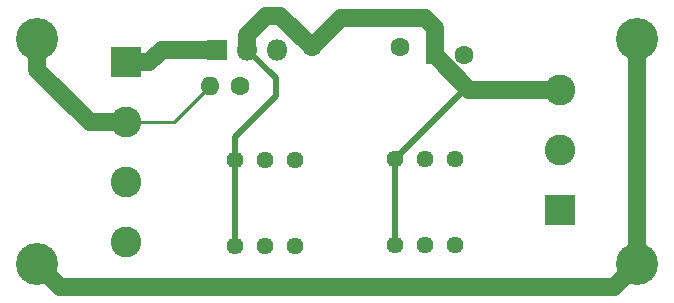
<source format=gbr>
%TF.GenerationSoftware,KiCad,Pcbnew,(6.0.0)*%
%TF.CreationDate,2022-02-19T20:02:02-08:00*%
%TF.ProjectId,P82B715-I2C-Bus-Extender-Carrier,50383242-3731-4352-9d49-32432d427573,rev?*%
%TF.SameCoordinates,Original*%
%TF.FileFunction,Copper,L1,Top*%
%TF.FilePolarity,Positive*%
%FSLAX46Y46*%
G04 Gerber Fmt 4.6, Leading zero omitted, Abs format (unit mm)*
G04 Created by KiCad (PCBNEW (6.0.0)) date 2022-02-19 20:02:02*
%MOMM*%
%LPD*%
G01*
G04 APERTURE LIST*
%TA.AperFunction,ComponentPad*%
%ADD10C,1.600000*%
%TD*%
%TA.AperFunction,ComponentPad*%
%ADD11O,1.600000X1.600000*%
%TD*%
%TA.AperFunction,ComponentPad*%
%ADD12R,2.600000X2.600000*%
%TD*%
%TA.AperFunction,ComponentPad*%
%ADD13C,2.600000*%
%TD*%
%TA.AperFunction,ComponentPad*%
%ADD14R,1.600000X1.600000*%
%TD*%
%TA.AperFunction,ComponentPad*%
%ADD15R,1.800000X1.800000*%
%TD*%
%TA.AperFunction,ComponentPad*%
%ADD16O,1.800000X1.800000*%
%TD*%
%TA.AperFunction,ComponentPad*%
%ADD17C,1.440000*%
%TD*%
%TA.AperFunction,ViaPad*%
%ADD18C,3.556000*%
%TD*%
%TA.AperFunction,Conductor*%
%ADD19C,1.524000*%
%TD*%
%TA.AperFunction,Conductor*%
%ADD20C,0.508000*%
%TD*%
%TA.AperFunction,Conductor*%
%ADD21C,0.250000*%
%TD*%
G04 APERTURE END LIST*
D10*
%TO.P,R1,1*%
%TO.N,Net-(Q1-Pad3)*%
X121959428Y-83348321D03*
D11*
%TO.P,R1,2*%
%TO.N,GND*%
X119419428Y-83348321D03*
%TD*%
D12*
%TO.P,J1,1,Pin_1*%
%TO.N,BufferedSDA*%
X149069653Y-93820410D03*
D13*
%TO.P,J1,2,Pin_2*%
%TO.N,BufferedSCL*%
X149069653Y-88740410D03*
%TO.P,J1,3,Pin_3*%
%TO.N,+5V*%
X149069653Y-83660410D03*
%TD*%
D14*
%TO.P,C2,1*%
%TO.N,+5V*%
X138443938Y-80737758D03*
D10*
%TO.P,C2,2*%
%TO.N,Net-(C1-Pad2)*%
X140943938Y-80737758D03*
%TD*%
D15*
%TO.P,Q1,1,E*%
%TO.N,Net-(J2-Pad1)*%
X120034884Y-80268431D03*
D16*
%TO.P,Q1,2,C*%
%TO.N,+5V*%
X122574884Y-80268431D03*
%TO.P,Q1,3,B*%
%TO.N,Net-(Q1-Pad3)*%
X125114884Y-80268431D03*
%TD*%
D12*
%TO.P,J2,1,Pin_1*%
%TO.N,Net-(J2-Pad1)*%
X112317771Y-81349945D03*
D13*
%TO.P,J2,2,Pin_2*%
%TO.N,GND*%
X112317771Y-86429945D03*
%TO.P,J2,3,Pin_3*%
%TO.N,SCL*%
X112317771Y-91509945D03*
%TO.P,J2,4,Pin_4*%
%TO.N,SDA*%
X112317771Y-96589945D03*
%TD*%
D17*
%TO.P,RV3,1,1*%
%TO.N,unconnected-(RV3-Pad1)*%
X140188756Y-96818596D03*
%TO.P,RV3,2,2*%
%TO.N,BufferedSDA*%
X137648756Y-96818596D03*
%TO.P,RV3,3,3*%
%TO.N,+5V*%
X135108756Y-96818596D03*
%TD*%
%TO.P,RV2,1,1*%
%TO.N,unconnected-(RV2-Pad1)*%
X126591727Y-89608435D03*
%TO.P,RV2,2,2*%
%TO.N,SCL*%
X124051727Y-89608435D03*
%TO.P,RV2,3,3*%
%TO.N,+5V*%
X121511727Y-89608435D03*
%TD*%
D10*
%TO.P,C1,1*%
%TO.N,+5V*%
X128018666Y-80081059D03*
%TO.P,C1,2*%
%TO.N,Net-(C1-Pad2)*%
X135518666Y-80081059D03*
%TD*%
D17*
%TO.P,RV1,1,1*%
%TO.N,unconnected-(RV1-Pad1)*%
X126601072Y-96850329D03*
%TO.P,RV1,2,2*%
%TO.N,SDA*%
X124061072Y-96850329D03*
%TO.P,RV1,3,3*%
%TO.N,+5V*%
X121521072Y-96850329D03*
%TD*%
%TO.P,RV4,1,1*%
%TO.N,unconnected-(RV4-Pad1)*%
X140121931Y-89539156D03*
%TO.P,RV4,2,2*%
%TO.N,BufferedSCL*%
X137581931Y-89539156D03*
%TO.P,RV4,3,3*%
%TO.N,+5V*%
X135041931Y-89539156D03*
%TD*%
D18*
%TO.N,GND*%
X155575000Y-98425000D03*
X155575000Y-79375000D03*
X104775000Y-98425000D03*
X104775000Y-79375000D03*
%TD*%
D19*
%TO.N,+5V*%
X138443938Y-80737758D02*
X141366590Y-83660410D01*
%TO.N,GND*%
X109240882Y-86429945D02*
X112317771Y-86429945D01*
X104775000Y-79375000D02*
X104775000Y-81964063D01*
X104775000Y-81964063D02*
X109240882Y-86429945D01*
X106691983Y-100341983D02*
X104775000Y-98425000D01*
X153658017Y-100341983D02*
X106691983Y-100341983D01*
X155575000Y-98425000D02*
X153658017Y-100341983D01*
X155575000Y-79375000D02*
X155575000Y-98425000D01*
D20*
%TO.N,+5V*%
X125000079Y-82693626D02*
X122574884Y-80268431D01*
X125000079Y-84172137D02*
X125000079Y-82693626D01*
X121511727Y-87660489D02*
X125000079Y-84172137D01*
X121511727Y-89608435D02*
X121511727Y-87660489D01*
X121511727Y-89608435D02*
X121511727Y-96840984D01*
X121511727Y-96840984D02*
X121521072Y-96850329D01*
X135041931Y-96751771D02*
X135108756Y-96818596D01*
X135041931Y-89539156D02*
X135041931Y-96751771D01*
X140920677Y-83660410D02*
X141366590Y-83660410D01*
X135041931Y-89539156D02*
X140920677Y-83660410D01*
D19*
X141366590Y-83660410D02*
X149069653Y-83660410D01*
X137588424Y-77558244D02*
X138443938Y-78413758D01*
X130541481Y-77558244D02*
X137588424Y-77558244D01*
X138443938Y-78413758D02*
X138443938Y-80737758D01*
X128018666Y-80081059D02*
X130541481Y-77558244D01*
X124179058Y-77391465D02*
X125329072Y-77391465D01*
X125329072Y-77391465D02*
X128018666Y-80081059D01*
X122574884Y-78995639D02*
X124179058Y-77391465D01*
X122574884Y-80268431D02*
X122574884Y-78995639D01*
%TO.N,Net-(J2-Pad1)*%
X114254848Y-81349945D02*
X115336362Y-80268431D01*
X112317771Y-81349945D02*
X114254848Y-81349945D01*
X115336362Y-80268431D02*
X120034884Y-80268431D01*
D21*
%TO.N,GND*%
X116337804Y-86429945D02*
X119419428Y-83348321D01*
X112317771Y-86429945D02*
X116337804Y-86429945D01*
%TD*%
M02*

</source>
